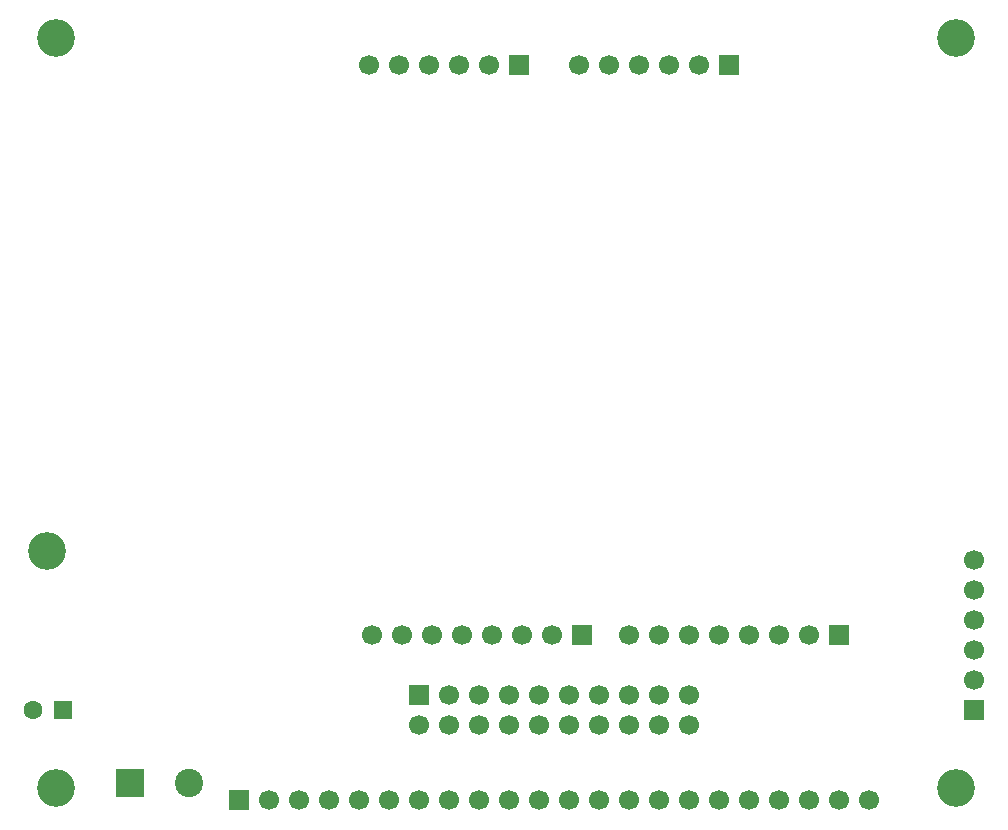
<source format=gbr>
%TF.GenerationSoftware,KiCad,Pcbnew,9.0.6*%
%TF.CreationDate,2025-11-24T10:33:25-08:00*%
%TF.ProjectId,SD-DADPT,53442d44-4144-4505-942e-6b696361645f,PR-1.0b*%
%TF.SameCoordinates,Original*%
%TF.FileFunction,Soldermask,Bot*%
%TF.FilePolarity,Negative*%
%FSLAX46Y46*%
G04 Gerber Fmt 4.6, Leading zero omitted, Abs format (unit mm)*
G04 Created by KiCad (PCBNEW 9.0.6) date 2025-11-24 10:33:25*
%MOMM*%
%LPD*%
G01*
G04 APERTURE LIST*
G04 Aperture macros list*
%AMRoundRect*
0 Rectangle with rounded corners*
0 $1 Rounding radius*
0 $2 $3 $4 $5 $6 $7 $8 $9 X,Y pos of 4 corners*
0 Add a 4 corners polygon primitive as box body*
4,1,4,$2,$3,$4,$5,$6,$7,$8,$9,$2,$3,0*
0 Add four circle primitives for the rounded corners*
1,1,$1+$1,$2,$3*
1,1,$1+$1,$4,$5*
1,1,$1+$1,$6,$7*
1,1,$1+$1,$8,$9*
0 Add four rect primitives between the rounded corners*
20,1,$1+$1,$2,$3,$4,$5,0*
20,1,$1+$1,$4,$5,$6,$7,0*
20,1,$1+$1,$6,$7,$8,$9,0*
20,1,$1+$1,$8,$9,$2,$3,0*%
G04 Aperture macros list end*
%ADD10C,1.700000*%
%ADD11R,1.700000X1.700000*%
%ADD12C,3.200000*%
%ADD13R,2.400000X2.400000*%
%ADD14C,2.400000*%
%ADD15RoundRect,0.250000X0.550000X0.550000X-0.550000X0.550000X-0.550000X-0.550000X0.550000X-0.550000X0*%
%ADD16C,1.600000*%
G04 APERTURE END LIST*
D10*
%TO.C,J4*%
X117652800Y-77470000D03*
X120192800Y-77470000D03*
X122732800Y-77470000D03*
X125272801Y-77470000D03*
X127812800Y-77470000D03*
D11*
X130352800Y-77470000D03*
%TD*%
D10*
%TO.C,J3*%
X99872800Y-77470000D03*
X102412800Y-77470000D03*
X104952800Y-77470000D03*
X107492801Y-77470000D03*
X110032800Y-77470000D03*
D11*
X112572800Y-77470000D03*
%TD*%
D12*
%TO.C,H4*%
X149600000Y-138700000D03*
%TD*%
%TO.C,H1*%
X73400000Y-138700000D03*
%TD*%
%TO.C,H2*%
X73400000Y-75200000D03*
%TD*%
%TO.C,H3*%
X149600000Y-75200000D03*
%TD*%
%TO.C,H5*%
X72600000Y-118600000D03*
%TD*%
D11*
%TO.C,J1*%
X139700000Y-125730000D03*
D10*
X137160000Y-125730000D03*
X134620001Y-125730000D03*
X132080000Y-125730000D03*
X129540000Y-125730000D03*
X127000000Y-125730000D03*
X124460000Y-125730000D03*
X121919999Y-125730000D03*
%TD*%
D11*
%TO.C,J5*%
X88900000Y-139700000D03*
D10*
X91440000Y-139700000D03*
X93979999Y-139700000D03*
X96520000Y-139700000D03*
X99060000Y-139700000D03*
X101600000Y-139700000D03*
X104140000Y-139700000D03*
X106680001Y-139700000D03*
X109220000Y-139700000D03*
X111760000Y-139700000D03*
X114300000Y-139700000D03*
X116839999Y-139700000D03*
X119380000Y-139700000D03*
X121920000Y-139700000D03*
X124460000Y-139700000D03*
X126999999Y-139700000D03*
X129540001Y-139700000D03*
X132080000Y-139700000D03*
X134620000Y-139700000D03*
X137160000Y-139700000D03*
X139699999Y-139700000D03*
X142240000Y-139700000D03*
%TD*%
D11*
%TO.C,J2*%
X117906800Y-125730000D03*
D10*
X115366800Y-125730000D03*
X112826801Y-125730000D03*
X110286800Y-125730000D03*
X107746800Y-125730000D03*
X105206800Y-125730000D03*
X102666800Y-125730000D03*
X100126799Y-125730000D03*
%TD*%
D11*
%TO.C,J7*%
X151130000Y-132080000D03*
D10*
X151130000Y-129540000D03*
X151130000Y-127000001D03*
X151130000Y-124460000D03*
X151130000Y-121920000D03*
X151130000Y-119380000D03*
%TD*%
D13*
%TO.C,J8*%
X79650000Y-138250000D03*
D14*
X84650000Y-138250000D03*
%TD*%
D15*
%TO.C,C3*%
X73978780Y-132029200D03*
D16*
X71478780Y-132029200D03*
%TD*%
D11*
%TO.C,J6*%
X104140000Y-130810000D03*
D10*
X104140000Y-133350000D03*
X106680000Y-130810000D03*
X106680000Y-133350000D03*
X109219999Y-130810000D03*
X109220000Y-133350000D03*
X111760000Y-130810000D03*
X111760000Y-133350000D03*
X114300000Y-130810000D03*
X114300000Y-133350000D03*
X116840000Y-130810000D03*
X116840000Y-133350000D03*
X119380000Y-130810000D03*
X119380000Y-133350000D03*
X121920001Y-130810000D03*
X121920000Y-133350000D03*
X124460000Y-130810000D03*
X124460000Y-133350000D03*
X127000000Y-130810000D03*
X127000000Y-133350000D03*
%TD*%
M02*

</source>
